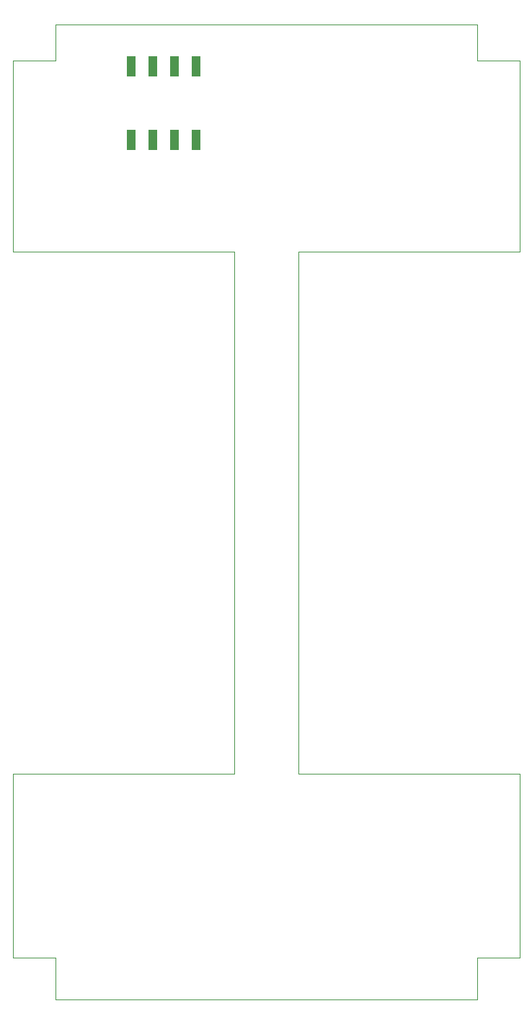
<source format=gbr>
%TF.GenerationSoftware,KiCad,Pcbnew,(5.1.7)-1*%
%TF.CreationDate,2021-10-21T20:27:42-07:00*%
%TF.ProjectId,AnalogBoard_Rev2,416e616c-6f67-4426-9f61-72645f526576,rev?*%
%TF.SameCoordinates,Original*%
%TF.FileFunction,Paste,Top*%
%TF.FilePolarity,Positive*%
%FSLAX46Y46*%
G04 Gerber Fmt 4.6, Leading zero omitted, Abs format (unit mm)*
G04 Created by KiCad (PCBNEW (5.1.7)-1) date 2021-10-21 20:27:42*
%MOMM*%
%LPD*%
G01*
G04 APERTURE LIST*
%TA.AperFunction,Profile*%
%ADD10C,0.050000*%
%TD*%
%ADD11R,1.120000X2.440000*%
G04 APERTURE END LIST*
D10*
X143250000Y-148100000D02*
X148250000Y-148100000D01*
X143250000Y-153000000D02*
X143250000Y-148100000D01*
X93750000Y-148100000D02*
X88750000Y-148100000D01*
X93750000Y-153000000D02*
X93750000Y-148100000D01*
X143250000Y-42750000D02*
X143250000Y-38500000D01*
X148250000Y-42750000D02*
X143250000Y-42750000D01*
X93750000Y-42750000D02*
X93750000Y-38500000D01*
X88750000Y-42750000D02*
X93750000Y-42750000D01*
X148250000Y-148100000D02*
X148250000Y-126500000D01*
X88750000Y-148100000D02*
X88750000Y-126500000D01*
X122250000Y-126500000D02*
X148250000Y-126500000D01*
X122250000Y-65250000D02*
X148250000Y-65250000D01*
X88750000Y-126500000D02*
X114750000Y-126500000D01*
X88750000Y-65250000D02*
X114750000Y-65250000D01*
X114750000Y-126500000D02*
X114750000Y-65250000D01*
X122250000Y-126500000D02*
X122250000Y-65250000D01*
X148250000Y-42750000D02*
X148250000Y-65250000D01*
X88750000Y-65250000D02*
X88750000Y-42750000D01*
X143250000Y-153000000D02*
X93750000Y-153000000D01*
X93750000Y-38500000D02*
X143250000Y-38500000D01*
D11*
%TO.C,SW1*%
X110236000Y-52057000D03*
X102616000Y-43447000D03*
X107696000Y-52057000D03*
X105156000Y-43447000D03*
X105156000Y-52057000D03*
X107696000Y-43447000D03*
X102616000Y-52057000D03*
X110236000Y-43447000D03*
%TD*%
M02*

</source>
